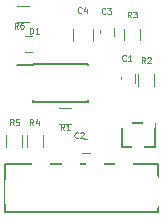
<source format=gbr>
G04 #@! TF.FileFunction,Legend,Top*
%FSLAX46Y46*%
G04 Gerber Fmt 4.6, Leading zero omitted, Abs format (unit mm)*
G04 Created by KiCad (PCBNEW 4.0.7) date 09/14/17 09:13:08*
%MOMM*%
%LPD*%
G01*
G04 APERTURE LIST*
%ADD10C,0.100000*%
%ADD11C,0.120000*%
%ADD12C,0.150000*%
%ADD13C,0.080000*%
%ADD14R,1.150000X1.200000*%
%ADD15R,0.900000X1.300000*%
%ADD16R,1.300000X0.900000*%
%ADD17R,1.200000X1.150000*%
%ADD18R,1.650000X1.400000*%
%ADD19R,1.600000X1.600000*%
%ADD20C,1.600000*%
%ADD21C,1.800000*%
%ADD22O,1.700000X3.200000*%
%ADD23R,1.000000X1.400000*%
%ADD24R,1.850000X0.850000*%
G04 APERTURE END LIST*
D10*
D11*
X148800000Y-86850000D02*
X148800000Y-86150000D01*
X150000000Y-86150000D02*
X150000000Y-86850000D01*
X143518000Y-88982000D02*
X144518000Y-88982000D01*
X144518000Y-90342000D02*
X143518000Y-90342000D01*
X150196000Y-87114000D02*
X150196000Y-86114000D01*
X151556000Y-86114000D02*
X151556000Y-87114000D01*
X149045000Y-83275000D02*
X149045000Y-82275000D01*
X150405000Y-82275000D02*
X150405000Y-83275000D01*
X139020000Y-92270200D02*
X139020000Y-91270200D01*
X140380000Y-91270200D02*
X140380000Y-92270200D01*
X142183400Y-91295600D02*
X142183400Y-92295600D01*
X140823400Y-92295600D02*
X140823400Y-91295600D01*
X140962000Y-81706000D02*
X139962000Y-81706000D01*
X139962000Y-80346000D02*
X140962000Y-80346000D01*
X145446000Y-91602000D02*
X146146000Y-91602000D01*
X146146000Y-92802000D02*
X145446000Y-92802000D01*
X148174000Y-82200000D02*
X148174000Y-82900000D01*
X146974000Y-82900000D02*
X146974000Y-82200000D01*
X144692000Y-82304000D02*
X144692000Y-83304000D01*
X146392000Y-83304000D02*
X146392000Y-82304000D01*
X142770000Y-84266000D02*
X142770000Y-82866000D01*
X142770000Y-82866000D02*
X139970000Y-82866000D01*
X142770000Y-84266000D02*
X139970000Y-84266000D01*
D12*
X151638000Y-93726000D02*
X151892000Y-93726000D01*
X151892000Y-93726000D02*
X151892000Y-97790000D01*
X151892000Y-97790000D02*
X138938000Y-97790000D01*
X138938000Y-97790000D02*
X138938000Y-93726000D01*
X139446000Y-93726000D02*
X151638000Y-93726000D01*
X138938000Y-93726000D02*
X139446000Y-93726000D01*
X150114000Y-92329000D02*
X148844000Y-92329000D01*
X148844000Y-92329000D02*
X148844000Y-90297000D01*
X148844000Y-90297000D02*
X151638000Y-90297000D01*
X151638000Y-90297000D02*
X151638000Y-92329000D01*
X151638000Y-92329000D02*
X150114000Y-92329000D01*
X141325000Y-85225000D02*
X141325000Y-85325000D01*
X145975000Y-85225000D02*
X145975000Y-85425000D01*
X145975000Y-88475000D02*
X145975000Y-88275000D01*
X141325000Y-88475000D02*
X141325000Y-88275000D01*
X141325000Y-85225000D02*
X145975000Y-85225000D01*
X141325000Y-88475000D02*
X145975000Y-88475000D01*
X141325000Y-85325000D02*
X139975000Y-85325000D01*
D13*
X149191667Y-84953571D02*
X149167857Y-84977381D01*
X149096429Y-85001190D01*
X149048810Y-85001190D01*
X148977381Y-84977381D01*
X148929762Y-84929762D01*
X148905953Y-84882143D01*
X148882143Y-84786905D01*
X148882143Y-84715476D01*
X148905953Y-84620238D01*
X148929762Y-84572619D01*
X148977381Y-84525000D01*
X149048810Y-84501190D01*
X149096429Y-84501190D01*
X149167857Y-84525000D01*
X149191667Y-84548810D01*
X149667857Y-85001190D02*
X149382143Y-85001190D01*
X149525000Y-85001190D02*
X149525000Y-84501190D01*
X149477381Y-84572619D01*
X149429762Y-84620238D01*
X149382143Y-84644048D01*
X143991667Y-90851190D02*
X143825000Y-90613095D01*
X143705953Y-90851190D02*
X143705953Y-90351190D01*
X143896429Y-90351190D01*
X143944048Y-90375000D01*
X143967857Y-90398810D01*
X143991667Y-90446429D01*
X143991667Y-90517857D01*
X143967857Y-90565476D01*
X143944048Y-90589286D01*
X143896429Y-90613095D01*
X143705953Y-90613095D01*
X144467857Y-90851190D02*
X144182143Y-90851190D01*
X144325000Y-90851190D02*
X144325000Y-90351190D01*
X144277381Y-90422619D01*
X144229762Y-90470238D01*
X144182143Y-90494048D01*
X150816667Y-85201190D02*
X150650000Y-84963095D01*
X150530953Y-85201190D02*
X150530953Y-84701190D01*
X150721429Y-84701190D01*
X150769048Y-84725000D01*
X150792857Y-84748810D01*
X150816667Y-84796429D01*
X150816667Y-84867857D01*
X150792857Y-84915476D01*
X150769048Y-84939286D01*
X150721429Y-84963095D01*
X150530953Y-84963095D01*
X151007143Y-84748810D02*
X151030953Y-84725000D01*
X151078572Y-84701190D01*
X151197619Y-84701190D01*
X151245238Y-84725000D01*
X151269048Y-84748810D01*
X151292857Y-84796429D01*
X151292857Y-84844048D01*
X151269048Y-84915476D01*
X150983334Y-85201190D01*
X151292857Y-85201190D01*
X149641667Y-81326190D02*
X149475000Y-81088095D01*
X149355953Y-81326190D02*
X149355953Y-80826190D01*
X149546429Y-80826190D01*
X149594048Y-80850000D01*
X149617857Y-80873810D01*
X149641667Y-80921429D01*
X149641667Y-80992857D01*
X149617857Y-81040476D01*
X149594048Y-81064286D01*
X149546429Y-81088095D01*
X149355953Y-81088095D01*
X149808334Y-80826190D02*
X150117857Y-80826190D01*
X149951191Y-81016667D01*
X150022619Y-81016667D01*
X150070238Y-81040476D01*
X150094048Y-81064286D01*
X150117857Y-81111905D01*
X150117857Y-81230952D01*
X150094048Y-81278571D01*
X150070238Y-81302381D01*
X150022619Y-81326190D01*
X149879762Y-81326190D01*
X149832143Y-81302381D01*
X149808334Y-81278571D01*
X141366667Y-90451190D02*
X141200000Y-90213095D01*
X141080953Y-90451190D02*
X141080953Y-89951190D01*
X141271429Y-89951190D01*
X141319048Y-89975000D01*
X141342857Y-89998810D01*
X141366667Y-90046429D01*
X141366667Y-90117857D01*
X141342857Y-90165476D01*
X141319048Y-90189286D01*
X141271429Y-90213095D01*
X141080953Y-90213095D01*
X141795238Y-90117857D02*
X141795238Y-90451190D01*
X141676191Y-89927381D02*
X141557143Y-90284524D01*
X141866667Y-90284524D01*
X139691667Y-90451190D02*
X139525000Y-90213095D01*
X139405953Y-90451190D02*
X139405953Y-89951190D01*
X139596429Y-89951190D01*
X139644048Y-89975000D01*
X139667857Y-89998810D01*
X139691667Y-90046429D01*
X139691667Y-90117857D01*
X139667857Y-90165476D01*
X139644048Y-90189286D01*
X139596429Y-90213095D01*
X139405953Y-90213095D01*
X140144048Y-89951190D02*
X139905953Y-89951190D01*
X139882143Y-90189286D01*
X139905953Y-90165476D01*
X139953572Y-90141667D01*
X140072619Y-90141667D01*
X140120238Y-90165476D01*
X140144048Y-90189286D01*
X140167857Y-90236905D01*
X140167857Y-90355952D01*
X140144048Y-90403571D01*
X140120238Y-90427381D01*
X140072619Y-90451190D01*
X139953572Y-90451190D01*
X139905953Y-90427381D01*
X139882143Y-90403571D01*
X140061167Y-82268190D02*
X139894500Y-82030095D01*
X139775453Y-82268190D02*
X139775453Y-81768190D01*
X139965929Y-81768190D01*
X140013548Y-81792000D01*
X140037357Y-81815810D01*
X140061167Y-81863429D01*
X140061167Y-81934857D01*
X140037357Y-81982476D01*
X140013548Y-82006286D01*
X139965929Y-82030095D01*
X139775453Y-82030095D01*
X140489738Y-81768190D02*
X140394500Y-81768190D01*
X140346881Y-81792000D01*
X140323072Y-81815810D01*
X140275453Y-81887238D01*
X140251643Y-81982476D01*
X140251643Y-82172952D01*
X140275453Y-82220571D01*
X140299262Y-82244381D01*
X140346881Y-82268190D01*
X140442119Y-82268190D01*
X140489738Y-82244381D01*
X140513548Y-82220571D01*
X140537357Y-82172952D01*
X140537357Y-82053905D01*
X140513548Y-82006286D01*
X140489738Y-81982476D01*
X140442119Y-81958667D01*
X140346881Y-81958667D01*
X140299262Y-81982476D01*
X140275453Y-82006286D01*
X140251643Y-82053905D01*
X145141667Y-91503571D02*
X145117857Y-91527381D01*
X145046429Y-91551190D01*
X144998810Y-91551190D01*
X144927381Y-91527381D01*
X144879762Y-91479762D01*
X144855953Y-91432143D01*
X144832143Y-91336905D01*
X144832143Y-91265476D01*
X144855953Y-91170238D01*
X144879762Y-91122619D01*
X144927381Y-91075000D01*
X144998810Y-91051190D01*
X145046429Y-91051190D01*
X145117857Y-91075000D01*
X145141667Y-91098810D01*
X145332143Y-91098810D02*
X145355953Y-91075000D01*
X145403572Y-91051190D01*
X145522619Y-91051190D01*
X145570238Y-91075000D01*
X145594048Y-91098810D01*
X145617857Y-91146429D01*
X145617857Y-91194048D01*
X145594048Y-91265476D01*
X145308334Y-91551190D01*
X145617857Y-91551190D01*
X147466667Y-80978571D02*
X147442857Y-81002381D01*
X147371429Y-81026190D01*
X147323810Y-81026190D01*
X147252381Y-81002381D01*
X147204762Y-80954762D01*
X147180953Y-80907143D01*
X147157143Y-80811905D01*
X147157143Y-80740476D01*
X147180953Y-80645238D01*
X147204762Y-80597619D01*
X147252381Y-80550000D01*
X147323810Y-80526190D01*
X147371429Y-80526190D01*
X147442857Y-80550000D01*
X147466667Y-80573810D01*
X147633334Y-80526190D02*
X147942857Y-80526190D01*
X147776191Y-80716667D01*
X147847619Y-80716667D01*
X147895238Y-80740476D01*
X147919048Y-80764286D01*
X147942857Y-80811905D01*
X147942857Y-80930952D01*
X147919048Y-80978571D01*
X147895238Y-81002381D01*
X147847619Y-81026190D01*
X147704762Y-81026190D01*
X147657143Y-81002381D01*
X147633334Y-80978571D01*
X145441667Y-80903571D02*
X145417857Y-80927381D01*
X145346429Y-80951190D01*
X145298810Y-80951190D01*
X145227381Y-80927381D01*
X145179762Y-80879762D01*
X145155953Y-80832143D01*
X145132143Y-80736905D01*
X145132143Y-80665476D01*
X145155953Y-80570238D01*
X145179762Y-80522619D01*
X145227381Y-80475000D01*
X145298810Y-80451190D01*
X145346429Y-80451190D01*
X145417857Y-80475000D01*
X145441667Y-80498810D01*
X145870238Y-80617857D02*
X145870238Y-80951190D01*
X145751191Y-80427381D02*
X145632143Y-80784524D01*
X145941667Y-80784524D01*
X141080953Y-82701190D02*
X141080953Y-82201190D01*
X141200000Y-82201190D01*
X141271429Y-82225000D01*
X141319048Y-82272619D01*
X141342857Y-82320238D01*
X141366667Y-82415476D01*
X141366667Y-82486905D01*
X141342857Y-82582143D01*
X141319048Y-82629762D01*
X141271429Y-82677381D01*
X141200000Y-82701190D01*
X141080953Y-82701190D01*
X141842857Y-82701190D02*
X141557143Y-82701190D01*
X141700000Y-82701190D02*
X141700000Y-82201190D01*
X141652381Y-82272619D01*
X141604762Y-82320238D01*
X141557143Y-82344048D01*
%LPC*%
D14*
X149400000Y-87250000D03*
X149400000Y-85750000D03*
D15*
X144768000Y-89662000D03*
X143268000Y-89662000D03*
D16*
X150876000Y-85864000D03*
X150876000Y-87364000D03*
X149725000Y-82025000D03*
X149725000Y-83525000D03*
X139700000Y-91020200D03*
X139700000Y-92520200D03*
X141503400Y-92545600D03*
X141503400Y-91045600D03*
D15*
X139712000Y-81026000D03*
X141212000Y-81026000D03*
D17*
X145046000Y-92202000D03*
X146546000Y-92202000D03*
D14*
X147574000Y-81800000D03*
X147574000Y-83300000D03*
D18*
X145542000Y-83804000D03*
X145542000Y-81804000D03*
D19*
X139870000Y-83566000D03*
X142070000Y-83566000D03*
D20*
X142042000Y-93980000D03*
X144542000Y-93980000D03*
X146542000Y-93980000D03*
X149042000Y-93980000D03*
D21*
X147792000Y-96080000D03*
X143292000Y-96080000D03*
D22*
X151242000Y-96080000D03*
X139842000Y-96080000D03*
D23*
X151130000Y-90043000D03*
X149230000Y-90043000D03*
X150180000Y-92743000D03*
D24*
X140700000Y-85875000D03*
X140700000Y-86525000D03*
X140700000Y-87175000D03*
X140700000Y-87825000D03*
X146600000Y-87825000D03*
X146600000Y-87175000D03*
X146600000Y-86525000D03*
X146600000Y-85875000D03*
M02*

</source>
